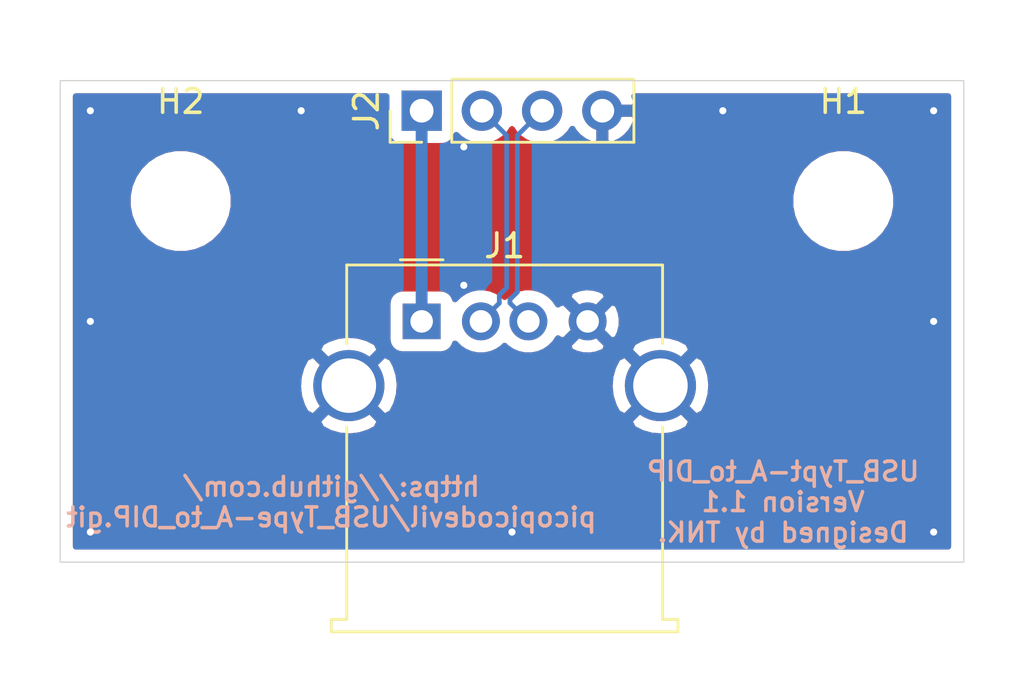
<source format=kicad_pcb>
(kicad_pcb (version 20171130) (host pcbnew "(5.1.6)-1")

  (general
    (thickness 1.6)
    (drawings 6)
    (tracks 22)
    (zones 0)
    (modules 4)
    (nets 5)
  )

  (page A4)
  (layers
    (0 F.Cu signal)
    (31 B.Cu signal)
    (32 B.Adhes user)
    (33 F.Adhes user)
    (34 B.Paste user)
    (35 F.Paste user)
    (36 B.SilkS user)
    (37 F.SilkS user)
    (38 B.Mask user)
    (39 F.Mask user)
    (40 Dwgs.User user)
    (41 Cmts.User user)
    (42 Eco1.User user)
    (43 Eco2.User user)
    (44 Edge.Cuts user)
    (45 Margin user)
    (46 B.CrtYd user)
    (47 F.CrtYd user)
    (48 B.Fab user)
    (49 F.Fab user)
  )

  (setup
    (last_trace_width 0.25)
    (user_trace_width 0.4)
    (user_trace_width 0.5)
    (trace_clearance 0.2)
    (zone_clearance 0.508)
    (zone_45_only no)
    (trace_min 0.2)
    (via_size 0.8)
    (via_drill 0.4)
    (via_min_size 0.4)
    (via_min_drill 0.3)
    (user_via 0.6 0.3)
    (uvia_size 0.3)
    (uvia_drill 0.1)
    (uvias_allowed no)
    (uvia_min_size 0.2)
    (uvia_min_drill 0.1)
    (edge_width 0.05)
    (segment_width 0.2)
    (pcb_text_width 0.3)
    (pcb_text_size 1.5 1.5)
    (mod_edge_width 0.12)
    (mod_text_size 1 1)
    (mod_text_width 0.15)
    (pad_size 1.524 1.524)
    (pad_drill 0.762)
    (pad_to_mask_clearance 0.05)
    (aux_axis_origin 0 0)
    (visible_elements 7FFFFFFF)
    (pcbplotparams
      (layerselection 0x010fc_ffffffff)
      (usegerberextensions false)
      (usegerberattributes true)
      (usegerberadvancedattributes true)
      (creategerberjobfile true)
      (excludeedgelayer true)
      (linewidth 0.100000)
      (plotframeref false)
      (viasonmask false)
      (mode 1)
      (useauxorigin false)
      (hpglpennumber 1)
      (hpglpenspeed 20)
      (hpglpendiameter 15.000000)
      (psnegative false)
      (psa4output false)
      (plotreference true)
      (plotvalue true)
      (plotinvisibletext false)
      (padsonsilk false)
      (subtractmaskfromsilk false)
      (outputformat 1)
      (mirror false)
      (drillshape 1)
      (scaleselection 1)
      (outputdirectory ""))
  )

  (net 0 "")
  (net 1 GND)
  (net 2 CAN+)
  (net 3 CAN-)
  (net 4 +5V)

  (net_class Default "This is the default net class."
    (clearance 0.2)
    (trace_width 0.25)
    (via_dia 0.8)
    (via_drill 0.4)
    (uvia_dia 0.3)
    (uvia_drill 0.1)
    (add_net +5V)
    (add_net CAN+)
    (add_net CAN-)
    (add_net GND)
  )

  (module Connector_PinHeader_2.54mm:PinHeader_1x04_P2.54mm_Vertical (layer F.Cu) (tedit 59FED5CC) (tstamp 5EEE3C14)
    (at 86.36 77.47 90)
    (descr "Through hole straight pin header, 1x04, 2.54mm pitch, single row")
    (tags "Through hole pin header THT 1x04 2.54mm single row")
    (path /5EEE08E0)
    (fp_text reference J2 (at 0 -2.33 90) (layer F.SilkS)
      (effects (font (size 1 1) (thickness 0.15)))
    )
    (fp_text value Conn_01x04 (at 0 9.95 90) (layer F.Fab)
      (effects (font (size 1 1) (thickness 0.15)))
    )
    (fp_line (start 1.8 -1.8) (end -1.8 -1.8) (layer F.CrtYd) (width 0.05))
    (fp_line (start 1.8 9.4) (end 1.8 -1.8) (layer F.CrtYd) (width 0.05))
    (fp_line (start -1.8 9.4) (end 1.8 9.4) (layer F.CrtYd) (width 0.05))
    (fp_line (start -1.8 -1.8) (end -1.8 9.4) (layer F.CrtYd) (width 0.05))
    (fp_line (start -1.33 -1.33) (end 0 -1.33) (layer F.SilkS) (width 0.12))
    (fp_line (start -1.33 0) (end -1.33 -1.33) (layer F.SilkS) (width 0.12))
    (fp_line (start -1.33 1.27) (end 1.33 1.27) (layer F.SilkS) (width 0.12))
    (fp_line (start 1.33 1.27) (end 1.33 8.95) (layer F.SilkS) (width 0.12))
    (fp_line (start -1.33 1.27) (end -1.33 8.95) (layer F.SilkS) (width 0.12))
    (fp_line (start -1.33 8.95) (end 1.33 8.95) (layer F.SilkS) (width 0.12))
    (fp_line (start -1.27 -0.635) (end -0.635 -1.27) (layer F.Fab) (width 0.1))
    (fp_line (start -1.27 8.89) (end -1.27 -0.635) (layer F.Fab) (width 0.1))
    (fp_line (start 1.27 8.89) (end -1.27 8.89) (layer F.Fab) (width 0.1))
    (fp_line (start 1.27 -1.27) (end 1.27 8.89) (layer F.Fab) (width 0.1))
    (fp_line (start -0.635 -1.27) (end 1.27 -1.27) (layer F.Fab) (width 0.1))
    (fp_text user %R (at 0 3.81) (layer F.Fab)
      (effects (font (size 1 1) (thickness 0.15)))
    )
    (pad 4 thru_hole oval (at 0 7.62 90) (size 1.7 1.7) (drill 1) (layers *.Cu *.Mask)
      (net 1 GND))
    (pad 3 thru_hole oval (at 0 5.08 90) (size 1.7 1.7) (drill 1) (layers *.Cu *.Mask)
      (net 2 CAN+))
    (pad 2 thru_hole oval (at 0 2.54 90) (size 1.7 1.7) (drill 1) (layers *.Cu *.Mask)
      (net 3 CAN-))
    (pad 1 thru_hole rect (at 0 0 90) (size 1.7 1.7) (drill 1) (layers *.Cu *.Mask)
      (net 4 +5V))
    (model ${KISYS3DMOD}/Connector_PinHeader_2.54mm.3dshapes/PinHeader_1x04_P2.54mm_Vertical.wrl
      (at (xyz 0 0 0))
      (scale (xyz 1 1 1))
      (rotate (xyz 0 0 0))
    )
  )

  (module Connector_USB:USB_A_Molex_67643_Horizontal (layer F.Cu) (tedit 5EA03975) (tstamp 5EEE3BFC)
    (at 86.36 86.36)
    (descr "USB type A, Horizontal, https://www.molex.com/pdm_docs/sd/676433910_sd.pdf")
    (tags "USB_A Female Connector receptacle")
    (path /5EEDDB67)
    (fp_text reference J1 (at 3.5 -3.19) (layer F.SilkS)
      (effects (font (size 1 1) (thickness 0.15)))
    )
    (fp_text value USB_A (at 3.5 14.5) (layer F.Fab)
      (effects (font (size 1 1) (thickness 0.15)))
    )
    (fp_line (start 0 -1.27) (end 1 -2.27) (layer F.Fab) (width 0.1))
    (fp_line (start -1 -2.27) (end 0 -1.27) (layer F.Fab) (width 0.1))
    (fp_line (start -0.9 -2.6) (end 0.9 -2.6) (layer F.SilkS) (width 0.12))
    (fp_line (start -3.05 12.69) (end -3.7 12.69) (layer F.Fab) (width 0.1))
    (fp_line (start 10.81 12.58) (end 10.16 12.58) (layer F.SilkS) (width 0.12))
    (fp_line (start -3.81 12.58) (end -3.81 13.1) (layer F.SilkS) (width 0.12))
    (fp_line (start 10.16 4.47) (end 10.16 12.58) (layer F.SilkS) (width 0.12))
    (fp_line (start -3.81 13.1) (end 10.81 13.1) (layer F.SilkS) (width 0.12))
    (fp_line (start 10.81 13.1) (end 10.81 12.58) (layer F.SilkS) (width 0.12))
    (fp_line (start -3.05 12.69) (end -3.05 -2.27) (layer F.Fab) (width 0.1))
    (fp_line (start 10.16 -2.38) (end 10.16 0.95) (layer F.SilkS) (width 0.12))
    (fp_line (start -3.16 -2.38) (end -3.16 0.95) (layer F.SilkS) (width 0.12))
    (fp_line (start -3.16 -2.38) (end 10.16 -2.38) (layer F.SilkS) (width 0.12))
    (fp_line (start -3.55 12.19) (end -3.55 4.66) (layer F.CrtYd) (width 0.05))
    (fp_line (start -4.2 12.19) (end -3.55 12.19) (layer F.CrtYd) (width 0.05))
    (fp_line (start -4.2 13.49) (end -4.2 12.19) (layer F.CrtYd) (width 0.05))
    (fp_line (start 10.55 12.19) (end 10.55 4.66) (layer F.CrtYd) (width 0.05))
    (fp_line (start 11.2 12.19) (end 10.55 12.19) (layer F.CrtYd) (width 0.05))
    (fp_line (start 11.2 13.49) (end 11.2 12.19) (layer F.CrtYd) (width 0.05))
    (fp_line (start -4.2 13.49) (end 11.2 13.49) (layer F.CrtYd) (width 0.05))
    (fp_line (start -3.55 -2.77) (end -3.55 0.76) (layer F.CrtYd) (width 0.05))
    (fp_line (start 10.55 -2.77) (end 10.55 0.76) (layer F.CrtYd) (width 0.05))
    (fp_line (start -3.55 -2.77) (end 10.55 -2.77) (layer F.CrtYd) (width 0.05))
    (fp_line (start -3.05 9.27) (end 10.05 9.27) (layer F.Fab) (width 0.1))
    (fp_line (start 10.7 12.69) (end 10.05 12.69) (layer F.Fab) (width 0.1))
    (fp_line (start 10.7 12.99) (end 10.7 12.69) (layer F.Fab) (width 0.1))
    (fp_line (start -3.7 12.99) (end 10.7 12.99) (layer F.Fab) (width 0.1))
    (fp_line (start -3.7 12.69) (end -3.7 12.99) (layer F.Fab) (width 0.1))
    (fp_line (start -3.16 12.58) (end -3.81 12.58) (layer F.SilkS) (width 0.12))
    (fp_line (start -3.16 12.58) (end -3.16 4.47) (layer F.SilkS) (width 0.12))
    (fp_line (start 10.05 -2.27) (end 10.05 12.69) (layer F.Fab) (width 0.1))
    (fp_line (start -3.05 -2.27) (end 10.05 -2.27) (layer F.Fab) (width 0.1))
    (fp_arc (start 10.07 2.71) (end 10.55 4.66) (angle -152.3426981) (layer F.CrtYd) (width 0.05))
    (fp_arc (start -3.07 2.71) (end -3.55 0.76) (angle -152.3426981) (layer F.CrtYd) (width 0.05))
    (fp_text user %R (at 3.5 3.7) (layer F.Fab)
      (effects (font (size 1 1) (thickness 0.15)))
    )
    (pad 4 thru_hole circle (at 7 0) (size 1.6 1.6) (drill 0.95) (layers *.Cu *.Mask)
      (net 1 GND))
    (pad 3 thru_hole circle (at 4.5 0) (size 1.6 1.6) (drill 0.95) (layers *.Cu *.Mask)
      (net 2 CAN+))
    (pad 2 thru_hole circle (at 2.5 0) (size 1.6 1.6) (drill 0.95) (layers *.Cu *.Mask)
      (net 3 CAN-))
    (pad 1 thru_hole rect (at 0 0) (size 1.6 1.5) (drill 0.95) (layers *.Cu *.Mask)
      (net 4 +5V))
    (pad 5 thru_hole circle (at 10.07 2.71) (size 3 3) (drill 2.3) (layers *.Cu *.Mask)
      (net 1 GND))
    (pad 5 thru_hole circle (at -3.07 2.71) (size 3 3) (drill 2.3) (layers *.Cu *.Mask)
      (net 1 GND))
    (model ${KISYS3DMOD}/Connector_USB.3dshapes/USB_A_Molex_67643_Horizontal.wrl
      (at (xyz 0 0 0))
      (scale (xyz 1 1 1))
      (rotate (xyz 0 0 0))
    )
  )

  (module MountingHole:MountingHole_3.2mm_M3 (layer F.Cu) (tedit 56D1B4CB) (tstamp 5EEE3BCF)
    (at 76.2 81.28)
    (descr "Mounting Hole 3.2mm, no annular, M3")
    (tags "mounting hole 3.2mm no annular m3")
    (path /5EEE0516)
    (attr virtual)
    (fp_text reference H2 (at 0 -4.2) (layer F.SilkS)
      (effects (font (size 1 1) (thickness 0.15)))
    )
    (fp_text value MountingHole (at 0 4.2) (layer F.Fab)
      (effects (font (size 1 1) (thickness 0.15)))
    )
    (fp_circle (center 0 0) (end 3.45 0) (layer F.CrtYd) (width 0.05))
    (fp_circle (center 0 0) (end 3.2 0) (layer Cmts.User) (width 0.15))
    (fp_text user %R (at 0.3 0) (layer F.Fab)
      (effects (font (size 1 1) (thickness 0.15)))
    )
    (pad 1 np_thru_hole circle (at 0 0) (size 3.2 3.2) (drill 3.2) (layers *.Cu *.Mask))
  )

  (module MountingHole:MountingHole_3.2mm_M3 (layer F.Cu) (tedit 56D1B4CB) (tstamp 5EEE3BC7)
    (at 104.14 81.28)
    (descr "Mounting Hole 3.2mm, no annular, M3")
    (tags "mounting hole 3.2mm no annular m3")
    (path /5EEE0264)
    (attr virtual)
    (fp_text reference H1 (at 0 -4.2) (layer F.SilkS)
      (effects (font (size 1 1) (thickness 0.15)))
    )
    (fp_text value MountingHole (at 0 4.2) (layer F.Fab)
      (effects (font (size 1 1) (thickness 0.15)))
    )
    (fp_circle (center 0 0) (end 3.45 0) (layer F.CrtYd) (width 0.05))
    (fp_circle (center 0 0) (end 3.2 0) (layer Cmts.User) (width 0.15))
    (fp_text user %R (at 0.3 0) (layer F.Fab)
      (effects (font (size 1 1) (thickness 0.15)))
    )
    (pad 1 np_thru_hole circle (at 0 0) (size 3.2 3.2) (drill 3.2) (layers *.Cu *.Mask))
  )

  (gr_text "USB_Typt-A_to_DIP\nVersion 1.1\nDesigned by TNK." (at 101.6 93.98) (layer B.SilkS) (tstamp 5F65AF94)
    (effects (font (size 0.8 0.8) (thickness 0.15)) (justify mirror))
  )
  (gr_text "https://github.com/\npicopicodevil/USB_Type-A_to_DIP.git" (at 82.55 93.98) (layer B.SilkS) (tstamp 5F65ACFD)
    (effects (font (size 0.8 0.8) (thickness 0.15)) (justify mirror))
  )
  (gr_line (start 109.22 96.52) (end 71.12 96.52) (layer Edge.Cuts) (width 0.05) (tstamp 5EEE3F3F))
  (gr_line (start 109.22 76.2) (end 109.22 96.52) (layer Edge.Cuts) (width 0.05))
  (gr_line (start 71.12 76.2) (end 109.22 76.2) (layer Edge.Cuts) (width 0.05))
  (gr_line (start 71.12 96.52) (end 71.12 76.2) (layer Edge.Cuts) (width 0.05))

  (via (at 72.39 77.47) (size 0.6) (drill 0.3) (layers F.Cu B.Cu) (net 1))
  (via (at 72.39 95.25) (size 0.6) (drill 0.3) (layers F.Cu B.Cu) (net 1))
  (via (at 72.39 86.36) (size 0.6) (drill 0.3) (layers F.Cu B.Cu) (net 1))
  (via (at 107.95 77.47) (size 0.6) (drill 0.3) (layers F.Cu B.Cu) (net 1))
  (via (at 107.95 86.36) (size 0.6) (drill 0.3) (layers F.Cu B.Cu) (net 1))
  (via (at 107.95 95.25) (size 0.6) (drill 0.3) (layers F.Cu B.Cu) (net 1))
  (via (at 90.17 95.25) (size 0.6) (drill 0.3) (layers F.Cu B.Cu) (net 1))
  (via (at 81.28 77.47) (size 0.6) (drill 0.3) (layers F.Cu B.Cu) (net 1))
  (via (at 99.06 77.47) (size 0.6) (drill 0.3) (layers F.Cu B.Cu) (net 1))
  (via (at 88.138 78.994) (size 0.6) (drill 0.3) (layers F.Cu B.Cu) (net 1))
  (via (at 88.138 84.836) (size 0.6) (drill 0.3) (layers F.Cu B.Cu) (net 1))
  (segment (start 90.395 78.515) (end 91.44 77.47) (width 0.2) (layer B.Cu) (net 2))
  (segment (start 90.395 85.1232) (end 90.395 78.515) (width 0.2) (layer B.Cu) (net 2))
  (segment (start 90.085 85.4332) (end 90.395 85.1232) (width 0.2) (layer B.Cu) (net 2))
  (segment (start 90.86 86.36) (end 90.085 85.585) (width 0.2) (layer B.Cu) (net 2))
  (segment (start 90.085 85.585) (end 90.085 85.4332) (width 0.2) (layer B.Cu) (net 2))
  (segment (start 89.635 85.2468) (end 89.945 84.9368) (width 0.2) (layer B.Cu) (net 3))
  (segment (start 89.945 84.9368) (end 89.945 78.515) (width 0.2) (layer B.Cu) (net 3))
  (segment (start 88.86 86.36) (end 89.635 85.585) (width 0.2) (layer B.Cu) (net 3))
  (segment (start 89.945 78.515) (end 88.9 77.47) (width 0.2) (layer B.Cu) (net 3))
  (segment (start 89.635 85.585) (end 89.635 85.2468) (width 0.2) (layer B.Cu) (net 3))
  (segment (start 86.36 77.47) (end 86.36 86.36) (width 0.5) (layer B.Cu) (net 4))

  (zone (net 1) (net_name GND) (layer F.Cu) (tstamp 0) (hatch edge 0.508)
    (priority 1)
    (connect_pads (clearance 0.508))
    (min_thickness 0.254)
    (fill yes (arc_segments 32) (thermal_gap 0.508) (thermal_bridge_width 0.508))
    (polygon
      (pts
        (xy 111.76 99.06) (xy 68.58 99.06) (xy 68.58 73.66) (xy 111.76 73.66)
      )
    )
    (filled_polygon
      (pts
        (xy 84.871928 78.32) (xy 84.884188 78.444482) (xy 84.920498 78.56418) (xy 84.979463 78.674494) (xy 85.058815 78.771185)
        (xy 85.155506 78.850537) (xy 85.26582 78.909502) (xy 85.385518 78.945812) (xy 85.51 78.958072) (xy 87.21 78.958072)
        (xy 87.334482 78.945812) (xy 87.45418 78.909502) (xy 87.564494 78.850537) (xy 87.661185 78.771185) (xy 87.740537 78.674494)
        (xy 87.799502 78.56418) (xy 87.821513 78.49162) (xy 87.953368 78.623475) (xy 88.196589 78.78599) (xy 88.466842 78.897932)
        (xy 88.75374 78.955) (xy 89.04626 78.955) (xy 89.333158 78.897932) (xy 89.603411 78.78599) (xy 89.846632 78.623475)
        (xy 90.053475 78.416632) (xy 90.17 78.24224) (xy 90.286525 78.416632) (xy 90.493368 78.623475) (xy 90.736589 78.78599)
        (xy 91.006842 78.897932) (xy 91.29374 78.955) (xy 91.58626 78.955) (xy 91.873158 78.897932) (xy 92.143411 78.78599)
        (xy 92.386632 78.623475) (xy 92.593475 78.416632) (xy 92.715195 78.234466) (xy 92.784822 78.351355) (xy 92.979731 78.567588)
        (xy 93.21308 78.741641) (xy 93.475901 78.866825) (xy 93.62311 78.911476) (xy 93.853 78.790155) (xy 93.853 77.597)
        (xy 94.107 77.597) (xy 94.107 78.790155) (xy 94.33689 78.911476) (xy 94.484099 78.866825) (xy 94.74692 78.741641)
        (xy 94.980269 78.567588) (xy 95.175178 78.351355) (xy 95.324157 78.101252) (xy 95.421481 77.826891) (xy 95.300814 77.597)
        (xy 94.107 77.597) (xy 93.853 77.597) (xy 93.833 77.597) (xy 93.833 77.343) (xy 93.853 77.343)
        (xy 93.853 77.323) (xy 94.107 77.323) (xy 94.107 77.343) (xy 95.300814 77.343) (xy 95.421481 77.113109)
        (xy 95.331696 76.86) (xy 108.56 76.86) (xy 108.560001 95.86) (xy 71.78 95.86) (xy 71.78 90.561653)
        (xy 81.977952 90.561653) (xy 82.133962 90.877214) (xy 82.508745 91.06802) (xy 82.913551 91.182044) (xy 83.332824 91.214902)
        (xy 83.750451 91.165334) (xy 84.150383 91.035243) (xy 84.446038 90.877214) (xy 84.602048 90.561653) (xy 95.117952 90.561653)
        (xy 95.273962 90.877214) (xy 95.648745 91.06802) (xy 96.053551 91.182044) (xy 96.472824 91.214902) (xy 96.890451 91.165334)
        (xy 97.290383 91.035243) (xy 97.586038 90.877214) (xy 97.742048 90.561653) (xy 96.43 89.249605) (xy 95.117952 90.561653)
        (xy 84.602048 90.561653) (xy 83.29 89.249605) (xy 81.977952 90.561653) (xy 71.78 90.561653) (xy 71.78 89.112824)
        (xy 81.145098 89.112824) (xy 81.194666 89.530451) (xy 81.324757 89.930383) (xy 81.482786 90.226038) (xy 81.798347 90.382048)
        (xy 83.110395 89.07) (xy 83.469605 89.07) (xy 84.781653 90.382048) (xy 85.097214 90.226038) (xy 85.28802 89.851255)
        (xy 85.402044 89.446449) (xy 85.428189 89.112824) (xy 94.285098 89.112824) (xy 94.334666 89.530451) (xy 94.464757 89.930383)
        (xy 94.622786 90.226038) (xy 94.938347 90.382048) (xy 96.250395 89.07) (xy 96.609605 89.07) (xy 97.921653 90.382048)
        (xy 98.237214 90.226038) (xy 98.42802 89.851255) (xy 98.542044 89.446449) (xy 98.574902 89.027176) (xy 98.525334 88.609549)
        (xy 98.395243 88.209617) (xy 98.237214 87.913962) (xy 97.921653 87.757952) (xy 96.609605 89.07) (xy 96.250395 89.07)
        (xy 94.938347 87.757952) (xy 94.622786 87.913962) (xy 94.43198 88.288745) (xy 94.317956 88.693551) (xy 94.285098 89.112824)
        (xy 85.428189 89.112824) (xy 85.434902 89.027176) (xy 85.385334 88.609549) (xy 85.255243 88.209617) (xy 85.097214 87.913962)
        (xy 84.781653 87.757952) (xy 83.469605 89.07) (xy 83.110395 89.07) (xy 81.798347 87.757952) (xy 81.482786 87.913962)
        (xy 81.29198 88.288745) (xy 81.177956 88.693551) (xy 81.145098 89.112824) (xy 71.78 89.112824) (xy 71.78 87.578347)
        (xy 81.977952 87.578347) (xy 83.29 88.890395) (xy 84.602048 87.578347) (xy 84.446038 87.262786) (xy 84.071255 87.07198)
        (xy 83.666449 86.957956) (xy 83.247176 86.925098) (xy 82.829549 86.974666) (xy 82.429617 87.104757) (xy 82.133962 87.262786)
        (xy 81.977952 87.578347) (xy 71.78 87.578347) (xy 71.78 85.61) (xy 84.921928 85.61) (xy 84.921928 87.11)
        (xy 84.934188 87.234482) (xy 84.970498 87.35418) (xy 85.029463 87.464494) (xy 85.108815 87.561185) (xy 85.205506 87.640537)
        (xy 85.31582 87.699502) (xy 85.435518 87.735812) (xy 85.56 87.748072) (xy 87.16 87.748072) (xy 87.284482 87.735812)
        (xy 87.40418 87.699502) (xy 87.514494 87.640537) (xy 87.611185 87.561185) (xy 87.690537 87.464494) (xy 87.749502 87.35418)
        (xy 87.767023 87.296419) (xy 87.945241 87.474637) (xy 88.180273 87.63168) (xy 88.441426 87.739853) (xy 88.718665 87.795)
        (xy 89.001335 87.795) (xy 89.278574 87.739853) (xy 89.539727 87.63168) (xy 89.774759 87.474637) (xy 89.86 87.389396)
        (xy 89.945241 87.474637) (xy 90.180273 87.63168) (xy 90.441426 87.739853) (xy 90.718665 87.795) (xy 91.001335 87.795)
        (xy 91.278574 87.739853) (xy 91.539727 87.63168) (xy 91.774759 87.474637) (xy 91.896694 87.352702) (xy 92.546903 87.352702)
        (xy 92.618486 87.596671) (xy 92.873996 87.717571) (xy 93.148184 87.7863) (xy 93.430512 87.800217) (xy 93.71013 87.758787)
        (xy 93.976292 87.663603) (xy 94.101514 87.596671) (xy 94.10689 87.578347) (xy 95.117952 87.578347) (xy 96.43 88.890395)
        (xy 97.742048 87.578347) (xy 97.586038 87.262786) (xy 97.211255 87.07198) (xy 96.806449 86.957956) (xy 96.387176 86.925098)
        (xy 95.969549 86.974666) (xy 95.569617 87.104757) (xy 95.273962 87.262786) (xy 95.117952 87.578347) (xy 94.10689 87.578347)
        (xy 94.173097 87.352702) (xy 93.36 86.539605) (xy 92.546903 87.352702) (xy 91.896694 87.352702) (xy 91.974637 87.274759)
        (xy 92.108692 87.074131) (xy 92.123329 87.101514) (xy 92.367298 87.173097) (xy 93.180395 86.36) (xy 93.539605 86.36)
        (xy 94.352702 87.173097) (xy 94.596671 87.101514) (xy 94.717571 86.846004) (xy 94.7863 86.571816) (xy 94.800217 86.289488)
        (xy 94.758787 86.00987) (xy 94.663603 85.743708) (xy 94.596671 85.618486) (xy 94.352702 85.546903) (xy 93.539605 86.36)
        (xy 93.180395 86.36) (xy 92.367298 85.546903) (xy 92.123329 85.618486) (xy 92.109676 85.647341) (xy 91.974637 85.445241)
        (xy 91.896694 85.367298) (xy 92.546903 85.367298) (xy 93.36 86.180395) (xy 94.173097 85.367298) (xy 94.101514 85.123329)
        (xy 93.846004 85.002429) (xy 93.571816 84.9337) (xy 93.289488 84.919783) (xy 93.00987 84.961213) (xy 92.743708 85.056397)
        (xy 92.618486 85.123329) (xy 92.546903 85.367298) (xy 91.896694 85.367298) (xy 91.774759 85.245363) (xy 91.539727 85.08832)
        (xy 91.278574 84.980147) (xy 91.001335 84.925) (xy 90.718665 84.925) (xy 90.441426 84.980147) (xy 90.180273 85.08832)
        (xy 89.945241 85.245363) (xy 89.86 85.330604) (xy 89.774759 85.245363) (xy 89.539727 85.08832) (xy 89.278574 84.980147)
        (xy 89.001335 84.925) (xy 88.718665 84.925) (xy 88.441426 84.980147) (xy 88.180273 85.08832) (xy 87.945241 85.245363)
        (xy 87.767023 85.423581) (xy 87.749502 85.36582) (xy 87.690537 85.255506) (xy 87.611185 85.158815) (xy 87.514494 85.079463)
        (xy 87.40418 85.020498) (xy 87.284482 84.984188) (xy 87.16 84.971928) (xy 85.56 84.971928) (xy 85.435518 84.984188)
        (xy 85.31582 85.020498) (xy 85.205506 85.079463) (xy 85.108815 85.158815) (xy 85.029463 85.255506) (xy 84.970498 85.36582)
        (xy 84.934188 85.485518) (xy 84.921928 85.61) (xy 71.78 85.61) (xy 71.78 81.059872) (xy 73.965 81.059872)
        (xy 73.965 81.500128) (xy 74.05089 81.931925) (xy 74.219369 82.338669) (xy 74.463962 82.704729) (xy 74.775271 83.016038)
        (xy 75.141331 83.260631) (xy 75.548075 83.42911) (xy 75.979872 83.515) (xy 76.420128 83.515) (xy 76.851925 83.42911)
        (xy 77.258669 83.260631) (xy 77.624729 83.016038) (xy 77.936038 82.704729) (xy 78.180631 82.338669) (xy 78.34911 81.931925)
        (xy 78.435 81.500128) (xy 78.435 81.059872) (xy 101.905 81.059872) (xy 101.905 81.500128) (xy 101.99089 81.931925)
        (xy 102.159369 82.338669) (xy 102.403962 82.704729) (xy 102.715271 83.016038) (xy 103.081331 83.260631) (xy 103.488075 83.42911)
        (xy 103.919872 83.515) (xy 104.360128 83.515) (xy 104.791925 83.42911) (xy 105.198669 83.260631) (xy 105.564729 83.016038)
        (xy 105.876038 82.704729) (xy 106.120631 82.338669) (xy 106.28911 81.931925) (xy 106.375 81.500128) (xy 106.375 81.059872)
        (xy 106.28911 80.628075) (xy 106.120631 80.221331) (xy 105.876038 79.855271) (xy 105.564729 79.543962) (xy 105.198669 79.299369)
        (xy 104.791925 79.13089) (xy 104.360128 79.045) (xy 103.919872 79.045) (xy 103.488075 79.13089) (xy 103.081331 79.299369)
        (xy 102.715271 79.543962) (xy 102.403962 79.855271) (xy 102.159369 80.221331) (xy 101.99089 80.628075) (xy 101.905 81.059872)
        (xy 78.435 81.059872) (xy 78.34911 80.628075) (xy 78.180631 80.221331) (xy 77.936038 79.855271) (xy 77.624729 79.543962)
        (xy 77.258669 79.299369) (xy 76.851925 79.13089) (xy 76.420128 79.045) (xy 75.979872 79.045) (xy 75.548075 79.13089)
        (xy 75.141331 79.299369) (xy 74.775271 79.543962) (xy 74.463962 79.855271) (xy 74.219369 80.221331) (xy 74.05089 80.628075)
        (xy 73.965 81.059872) (xy 71.78 81.059872) (xy 71.78 76.86) (xy 84.871928 76.86)
      )
    )
  )
  (zone (net 1) (net_name GND) (layer B.Cu) (tstamp 0) (hatch edge 0.508)
    (priority 1)
    (connect_pads (clearance 0.508))
    (min_thickness 0.254)
    (fill yes (arc_segments 32) (thermal_gap 0.508) (thermal_bridge_width 0.508))
    (polygon
      (pts
        (xy 111.76 99.06) (xy 68.58 99.06) (xy 68.58 73.66) (xy 111.76 73.66)
      )
    )
    (filled_polygon
      (pts
        (xy 84.871928 78.32) (xy 84.884188 78.444482) (xy 84.920498 78.56418) (xy 84.979463 78.674494) (xy 85.058815 78.771185)
        (xy 85.155506 78.850537) (xy 85.26582 78.909502) (xy 85.385518 78.945812) (xy 85.475 78.954625) (xy 85.475001 84.980299)
        (xy 85.435518 84.984188) (xy 85.31582 85.020498) (xy 85.205506 85.079463) (xy 85.108815 85.158815) (xy 85.029463 85.255506)
        (xy 84.970498 85.36582) (xy 84.934188 85.485518) (xy 84.921928 85.61) (xy 84.921928 87.11) (xy 84.934188 87.234482)
        (xy 84.970498 87.35418) (xy 85.029463 87.464494) (xy 85.108815 87.561185) (xy 85.205506 87.640537) (xy 85.31582 87.699502)
        (xy 85.435518 87.735812) (xy 85.56 87.748072) (xy 87.16 87.748072) (xy 87.284482 87.735812) (xy 87.40418 87.699502)
        (xy 87.514494 87.640537) (xy 87.611185 87.561185) (xy 87.690537 87.464494) (xy 87.749502 87.35418) (xy 87.767023 87.296419)
        (xy 87.945241 87.474637) (xy 88.180273 87.63168) (xy 88.441426 87.739853) (xy 88.718665 87.795) (xy 89.001335 87.795)
        (xy 89.278574 87.739853) (xy 89.539727 87.63168) (xy 89.774759 87.474637) (xy 89.86 87.389396) (xy 89.945241 87.474637)
        (xy 90.180273 87.63168) (xy 90.441426 87.739853) (xy 90.718665 87.795) (xy 91.001335 87.795) (xy 91.278574 87.739853)
        (xy 91.539727 87.63168) (xy 91.774759 87.474637) (xy 91.896694 87.352702) (xy 92.546903 87.352702) (xy 92.618486 87.596671)
        (xy 92.873996 87.717571) (xy 93.148184 87.7863) (xy 93.430512 87.800217) (xy 93.71013 87.758787) (xy 93.976292 87.663603)
        (xy 94.101514 87.596671) (xy 94.10689 87.578347) (xy 95.117952 87.578347) (xy 96.43 88.890395) (xy 97.742048 87.578347)
        (xy 97.586038 87.262786) (xy 97.211255 87.07198) (xy 96.806449 86.957956) (xy 96.387176 86.925098) (xy 95.969549 86.974666)
        (xy 95.569617 87.104757) (xy 95.273962 87.262786) (xy 95.117952 87.578347) (xy 94.10689 87.578347) (xy 94.173097 87.352702)
        (xy 93.36 86.539605) (xy 92.546903 87.352702) (xy 91.896694 87.352702) (xy 91.974637 87.274759) (xy 92.108692 87.074131)
        (xy 92.123329 87.101514) (xy 92.367298 87.173097) (xy 93.180395 86.36) (xy 93.539605 86.36) (xy 94.352702 87.173097)
        (xy 94.596671 87.101514) (xy 94.717571 86.846004) (xy 94.7863 86.571816) (xy 94.800217 86.289488) (xy 94.758787 86.00987)
        (xy 94.663603 85.743708) (xy 94.596671 85.618486) (xy 94.352702 85.546903) (xy 93.539605 86.36) (xy 93.180395 86.36)
        (xy 92.367298 85.546903) (xy 92.123329 85.618486) (xy 92.109676 85.647341) (xy 91.974637 85.445241) (xy 91.896694 85.367298)
        (xy 92.546903 85.367298) (xy 93.36 86.180395) (xy 94.173097 85.367298) (xy 94.101514 85.123329) (xy 93.846004 85.002429)
        (xy 93.571816 84.9337) (xy 93.289488 84.919783) (xy 93.00987 84.961213) (xy 92.743708 85.056397) (xy 92.618486 85.123329)
        (xy 92.546903 85.367298) (xy 91.896694 85.367298) (xy 91.774759 85.245363) (xy 91.539727 85.08832) (xy 91.278574 84.980147)
        (xy 91.13 84.950593) (xy 91.13 81.059872) (xy 101.905 81.059872) (xy 101.905 81.500128) (xy 101.99089 81.931925)
        (xy 102.159369 82.338669) (xy 102.403962 82.704729) (xy 102.715271 83.016038) (xy 103.081331 83.260631) (xy 103.488075 83.42911)
        (xy 103.919872 83.515) (xy 104.360128 83.515) (xy 104.791925 83.42911) (xy 105.198669 83.260631) (xy 105.564729 83.016038)
        (xy 105.876038 82.704729) (xy 106.120631 82.338669) (xy 106.28911 81.931925) (xy 106.375 81.500128) (xy 106.375 81.059872)
        (xy 106.28911 80.628075) (xy 106.120631 80.221331) (xy 105.876038 79.855271) (xy 105.564729 79.543962) (xy 105.198669 79.299369)
        (xy 104.791925 79.13089) (xy 104.360128 79.045) (xy 103.919872 79.045) (xy 103.488075 79.13089) (xy 103.081331 79.299369)
        (xy 102.715271 79.543962) (xy 102.403962 79.855271) (xy 102.159369 80.221331) (xy 101.99089 80.628075) (xy 101.905 81.059872)
        (xy 91.13 81.059872) (xy 91.13 78.92243) (xy 91.29374 78.955) (xy 91.58626 78.955) (xy 91.873158 78.897932)
        (xy 92.143411 78.78599) (xy 92.386632 78.623475) (xy 92.593475 78.416632) (xy 92.715195 78.234466) (xy 92.784822 78.351355)
        (xy 92.979731 78.567588) (xy 93.21308 78.741641) (xy 93.475901 78.866825) (xy 93.62311 78.911476) (xy 93.853 78.790155)
        (xy 93.853 77.597) (xy 94.107 77.597) (xy 94.107 78.790155) (xy 94.33689 78.911476) (xy 94.484099 78.866825)
        (xy 94.74692 78.741641) (xy 94.980269 78.567588) (xy 95.175178 78.351355) (xy 95.324157 78.101252) (xy 95.421481 77.826891)
        (xy 95.300814 77.597) (xy 94.107 77.597) (xy 93.853 77.597) (xy 93.833 77.597) (xy 93.833 77.343)
        (xy 93.853 77.343) (xy 93.853 77.323) (xy 94.107 77.323) (xy 94.107 77.343) (xy 95.300814 77.343)
        (xy 95.421481 77.113109) (xy 95.331696 76.86) (xy 108.56 76.86) (xy 108.560001 95.86) (xy 71.78 95.86)
        (xy 71.78 90.561653) (xy 81.977952 90.561653) (xy 82.133962 90.877214) (xy 82.508745 91.06802) (xy 82.913551 91.182044)
        (xy 83.332824 91.214902) (xy 83.750451 91.165334) (xy 84.150383 91.035243) (xy 84.446038 90.877214) (xy 84.602048 90.561653)
        (xy 95.117952 90.561653) (xy 95.273962 90.877214) (xy 95.648745 91.06802) (xy 96.053551 91.182044) (xy 96.472824 91.214902)
        (xy 96.890451 91.165334) (xy 97.290383 91.035243) (xy 97.586038 90.877214) (xy 97.742048 90.561653) (xy 96.43 89.249605)
        (xy 95.117952 90.561653) (xy 84.602048 90.561653) (xy 83.29 89.249605) (xy 81.977952 90.561653) (xy 71.78 90.561653)
        (xy 71.78 89.112824) (xy 81.145098 89.112824) (xy 81.194666 89.530451) (xy 81.324757 89.930383) (xy 81.482786 90.226038)
        (xy 81.798347 90.382048) (xy 83.110395 89.07) (xy 83.469605 89.07) (xy 84.781653 90.382048) (xy 85.097214 90.226038)
        (xy 85.28802 89.851255) (xy 85.402044 89.446449) (xy 85.428189 89.112824) (xy 94.285098 89.112824) (xy 94.334666 89.530451)
        (xy 94.464757 89.930383) (xy 94.622786 90.226038) (xy 94.938347 90.382048) (xy 96.250395 89.07) (xy 96.609605 89.07)
        (xy 97.921653 90.382048) (xy 98.237214 90.226038) (xy 98.42802 89.851255) (xy 98.542044 89.446449) (xy 98.574902 89.027176)
        (xy 98.525334 88.609549) (xy 98.395243 88.209617) (xy 98.237214 87.913962) (xy 97.921653 87.757952) (xy 96.609605 89.07)
        (xy 96.250395 89.07) (xy 94.938347 87.757952) (xy 94.622786 87.913962) (xy 94.43198 88.288745) (xy 94.317956 88.693551)
        (xy 94.285098 89.112824) (xy 85.428189 89.112824) (xy 85.434902 89.027176) (xy 85.385334 88.609549) (xy 85.255243 88.209617)
        (xy 85.097214 87.913962) (xy 84.781653 87.757952) (xy 83.469605 89.07) (xy 83.110395 89.07) (xy 81.798347 87.757952)
        (xy 81.482786 87.913962) (xy 81.29198 88.288745) (xy 81.177956 88.693551) (xy 81.145098 89.112824) (xy 71.78 89.112824)
        (xy 71.78 87.578347) (xy 81.977952 87.578347) (xy 83.29 88.890395) (xy 84.602048 87.578347) (xy 84.446038 87.262786)
        (xy 84.071255 87.07198) (xy 83.666449 86.957956) (xy 83.247176 86.925098) (xy 82.829549 86.974666) (xy 82.429617 87.104757)
        (xy 82.133962 87.262786) (xy 81.977952 87.578347) (xy 71.78 87.578347) (xy 71.78 81.059872) (xy 73.965 81.059872)
        (xy 73.965 81.500128) (xy 74.05089 81.931925) (xy 74.219369 82.338669) (xy 74.463962 82.704729) (xy 74.775271 83.016038)
        (xy 75.141331 83.260631) (xy 75.548075 83.42911) (xy 75.979872 83.515) (xy 76.420128 83.515) (xy 76.851925 83.42911)
        (xy 77.258669 83.260631) (xy 77.624729 83.016038) (xy 77.936038 82.704729) (xy 78.180631 82.338669) (xy 78.34911 81.931925)
        (xy 78.435 81.500128) (xy 78.435 81.059872) (xy 78.34911 80.628075) (xy 78.180631 80.221331) (xy 77.936038 79.855271)
        (xy 77.624729 79.543962) (xy 77.258669 79.299369) (xy 76.851925 79.13089) (xy 76.420128 79.045) (xy 75.979872 79.045)
        (xy 75.548075 79.13089) (xy 75.141331 79.299369) (xy 74.775271 79.543962) (xy 74.463962 79.855271) (xy 74.219369 80.221331)
        (xy 74.05089 80.628075) (xy 73.965 81.059872) (xy 71.78 81.059872) (xy 71.78 76.86) (xy 84.871928 76.86)
      )
    )
    (filled_polygon
      (pts
        (xy 87.953368 78.623475) (xy 88.196589 78.78599) (xy 88.466842 78.897932) (xy 88.75374 78.955) (xy 89.04626 78.955)
        (xy 89.210001 78.92243) (xy 89.21 84.632354) (xy 89.140808 84.701546) (xy 89.112763 84.724562) (xy 89.020913 84.83648)
        (xy 88.973598 84.925) (xy 88.718665 84.925) (xy 88.441426 84.980147) (xy 88.180273 85.08832) (xy 87.945241 85.245363)
        (xy 87.767023 85.423581) (xy 87.749502 85.36582) (xy 87.690537 85.255506) (xy 87.611185 85.158815) (xy 87.514494 85.079463)
        (xy 87.40418 85.020498) (xy 87.284482 84.984188) (xy 87.245 84.980299) (xy 87.245 78.954625) (xy 87.334482 78.945812)
        (xy 87.45418 78.909502) (xy 87.564494 78.850537) (xy 87.661185 78.771185) (xy 87.740537 78.674494) (xy 87.799502 78.56418)
        (xy 87.821513 78.49162)
      )
    )
  )
)

</source>
